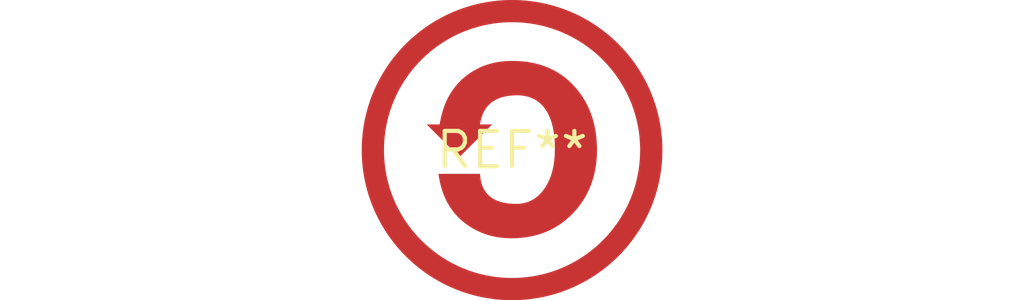
<source format=kicad_pcb>
(kicad_pcb (version 20240108) (generator pcbnew)
  (layers (0 "F.Cu" signal) (31 "B.Cu" signal) (34 "B.Paste" user) (35 "F.Paste" user) (36 "B.SilkS" user "B.Silkscreen") (37 "F.SilkS" user "F.Silkscreen") (38 "B.Mask" user) (39 "F.Mask" user) (44 "Edge.Cuts" user))
  (net 0 "")
  (footprint "Symbol_CC-ShareAlike_CopperTop_Big" (layer "F.Cu") (at 0 0)
    (property "Reference" "REF**")
    (property "Value" "Symbol_CC-ShareAlike_CopperTop_Big")
    (fp_circle (center 0 0) (end 5 0) (layer "F.Cu") (stroke (width 0.8)) (fill none))
    (fp_poly (pts (xy 0.174524 -3.205464) (xy 0.342418 -3.194917) (xy 0.50586 -3.17734) (xy 0.664848 -3.152735) (xy 0.81938 -3.121101) (xy 0.969454 -3.082441) (xy 1.115069 -3.036755) (xy 1.256224 -2.984045) (xy 1.392916 -2.924311) (xy 1.525144 -2.857555) (xy 1.652906 -2.783777) (xy 1.776202 -2.70298) (xy 1.895028 -2.615163) (xy 2.009384 -2.520328) (xy 2.119268 -2.418476) (xy 2.224678 -2.309609) (xy 2.324628 -2.195178) (xy 2.418131 -2.076777) (xy 2.505187 -1.954404) (xy 2.585797 -1.828061) (xy 2.659959 -1.697749) (xy 2.727674 -1.563467) (xy 2.788941 -1.425217) (xy 2.84376 -1.282999) (xy 2.892131 -1.136813) (xy 2.934053 -0.986661) (xy 2.969527 -0.832542) (xy 2.998551 -0.674457) (xy 3.021126 -0.512406) (xy 3.037251 -0.346391) (xy 3.046926 -0.176412) (xy 3.050152 -0.002468) (xy 3.046803 0.166411) (xy 3.036756 0.331688) (xy 3.020014 0.493363) (xy 2.996574 0.651436) (xy 2.966439 0.805907) (xy 2.929609 0.956776) (xy 2.886084 1.104044) (xy 2.835866 1.247711) (xy 2.778953 1.387777) (xy 2.715348 1.524243) (xy 2.64505 1.657109) (xy 2.56806 1.786375) (xy 2.484379 1.912041) (xy 2.394007 2.034108) (xy 2.296945 2.152576) (xy 2.193193 2.267445) (xy 2.083982 2.376985) (xy 1.970819 2.479466) (xy 1.853701 2.574887) (xy 1.732626 2.663247) (xy 1.607593 2.744544) (xy 1.478599 2.818777) (xy 1.345641 2.885946) (xy 1.208718 2.946048) (xy 1.067828 2.999084) (xy 0.922968 3.045052) (xy 0.774136 3.083952) (xy 0.62133 3.11578) (xy 0.464548 3.140538) (xy 0.303787 3.158224) (xy 0.139046 3.168836) (xy -0.029677 3.172373) (xy -0.154278 3.170018) (xy -0.27673 3.162953) (xy -0.397033 3.151177) (xy -0.515186 3.134689) (xy -0.63119 3.11349) (xy -0.745043 3.087577) (xy -0.856746 3.056952) (xy -0.966299 3.021614) (xy -1.0737 2.981561) (xy -1.178951 2.936793) (xy -1.28205 2.887311) (xy -1.382997 2.833112) (xy -1.481793 2.774197) (xy -1.578436 2.710566) (xy -1.672926 2.642217) (xy -1.765264 2.56915) (xy -1.854284 2.491742) (xy -1.938751 2.41037) (xy -2.018665 2.325035) (xy -2.094029 2.235734) (xy -2.164843 2.142468) (xy -2.231107 2.045236) (xy -2.292822 1.944038) (xy -2.34999 1.838873) (xy -2.402611 1.72974) (xy -2.450685 1.61664) (xy -2.494214 1.49957) (xy -2.533199 1.378532) (xy -2.567639 1.253524) (xy -2.597537 1.124546) (xy -2.622893 0.991596) (xy -2.643707 0.854676) (xy -1.151114 0.854676) (xy -1.146647 0.921095) (xy -1.139843 0.985406) (xy -1.130703 1.047609) (xy -1.119226 1.107703) (xy -1.105413 1.165688) (xy -1.089264 1.221565) (xy -1.070778 1.275333) (xy -1.049955 1.326992) (xy -1.026797 1.376543) (xy -1.001301 1.423986) (xy -0.97347 1.46932) (xy -0.943301 1.512545) (xy -0.910797 1.553662) (xy -0.875956 1.59267) (xy -0.838778 1.62957) (xy -0.799264 1.664361) (xy -0.757414 1.697043) (xy -0.713227 1.727617) (xy -0.666704 1.756083) (xy -0.617844 1.78244) (xy -0.566648 1.806688) (xy -0.513115 1.828828) (xy -0.457246 1.848859) (xy -0.399041 1.866782) (xy -0.338499 1.882596) (xy -0.27562 1.896302) (xy -0.210405 1.907899) (xy -0.142854 1.917387) (xy -0.072966 1.924767) (xy -0.000742 1.930038) (xy 0.073819 1.933201) (xy 0.150716 1.934255) (xy 0.227767 1.932146) (xy 0.302929 1.925818) (xy 0.3762 1.915271) (xy 0.447579 1.900507) (xy 0.517064 1.881526) (xy 0.584653 1.858328) (xy 0.650347 1.830914) (xy 0.714143 1.799285) (xy 0.776039 1.76344) (xy 0.836035 1.723382) (xy 0.89413 1.679109) (xy 0.950321 1.630623) (xy 1.004607 1.577925) (xy 1.056988 1.521014) (xy 1.107462 1.459891) (xy 1.156027 1.394558) (xy 1.202215 1.325708) (xy 1.245422 1.254038) (xy 1.285647 1.17955) (xy 1.322891 1.102244) (xy 1.357154 1.022122) (xy 1.388436 0.939185) (xy 1.416737 0.853435) (xy 1.442058 0.764873) (xy 1.4644 0.6735) (xy 1.483761 0.579317) (xy 1.500143 0.482327) (xy 1.513546 0.38253) (xy 1.52397 0.279928) (xy 1.531415 0.174522) (xy 1.535882 0.066314) (xy 1.537371 -0.044696) (xy 1.536006 -0.160693) (xy 1.531911 -0.273172) (xy 1.525087 -0.382131) (xy 1.515534 -0.487572) (xy 1.503253 -0.589497) (xy 1.488244 -0.687905) (xy 1.470508 -0.782797) (xy 1.450045 -0.874175) (xy 1.426857 -0.962039) (xy 1.400943 -1.046389) (xy 1.372304 -1.127228) (xy 1.34094 -1.204555) (xy 1.306853 -1.278371) (xy 1.270043 -1.348677) (xy 1.230509 -1.415475) (xy 1.188254 -1.478764) (xy 1.143374 -1.538344) (xy 1.096105 -1.594082) (xy 1.046445 -1.645978) (xy 0.994393 -1.694031) (xy 0.939947 -1.738242) (xy 0.883105 -1.77861) (xy 0.823866 -1.815134) (xy 0.762228 -1.847815) (xy 0.69819 -1.876652) (xy 0.63175 -1.901645) (xy 0.562906 -1.922794) (xy 0.491656 -1.940098) (xy 0.418 -1.953557) (xy 0.341935 -1.963171) (xy 0.26346 -1.96894) (xy 0.182573 -1.970863) (xy 0.038416 -1.966771) (xy -0.097629 -1.954497) (xy -0.225562 -1.93404) (xy -0.345384 -1.9054) (xy -0.402254 -1.888011) (xy -0.457097 -1.868576) (xy -0.509913 -1.847096) (xy -0.560701 -1.823569) (xy -0.609462 -1.797996) (xy -0.656197 -1.770377) (xy -0.700904 -1.740712) (xy -0.743585 -1.709001) (xy -0.784239 -1.675244) (xy -0.822867 -1.639441) (xy -0.859468 -1.601591) (xy -0.894043 -1.561695) (xy -0.926592 -1.519753) (xy -0.957115 -1.475764) (xy -0.985611 -1.42973) (xy -1.012082 -1.381648) (xy -1.036527 -1.331521) (xy -1.058946 -1.279347) (xy -1.07934 -1.225126) (xy -1.097708 -1.168859) (xy -1.114051 -1.110545) (xy -1.128368 -1.050185) (xy -1.150928 -0.923324) (xy -0.716985 -0.923324) (xy -1.891576 0.251453) (xy -3.066352 -0.923324) (xy -2.60111 -0.923139) (xy -2.577854 -1.057483) (xy -2.550382 -1.187981) (xy -2.518695 -1.314633) (xy -2.482791 -1.437439) (xy -2.44267 -1.5564) (xy -2.398331 -1.671514) (xy -2.349774 -1.782782) (xy -2.296998 -1.890204) (xy -2.240003 -1.993781) (xy -2.178788 -2.093511) (xy -2.113353 -2.189395) (xy -2.043697 -2.281434) (xy -1.969819 -2.369626) (xy -1.891719 -2.453973) (xy -1.809397 -2.534473) (xy -1.722852 -2.611128) (xy -1.633032 -2.683524) (xy -1.540815 -2.75125) (xy -1.4462 -2.814304) (xy -1.349188 -2.872688) (xy -1.249778 -2.926402) (xy -1.147969 -2.975444) (xy -1.04376 -3.019816) (xy -0.937152 -3.059517) (xy -0.828143 -3.094547) (xy -0.716733 -3.124907) (xy -0.602922 -3.150596) (xy -0.486708 -3.171614) (xy -0.368092 -3.187962) (xy -0.247072 -3.199639) (xy -0.123649 -3.206645) (xy 0.002179 -3.20898)) (layer "F.Cu") (fill solid))
  )
)
</source>
